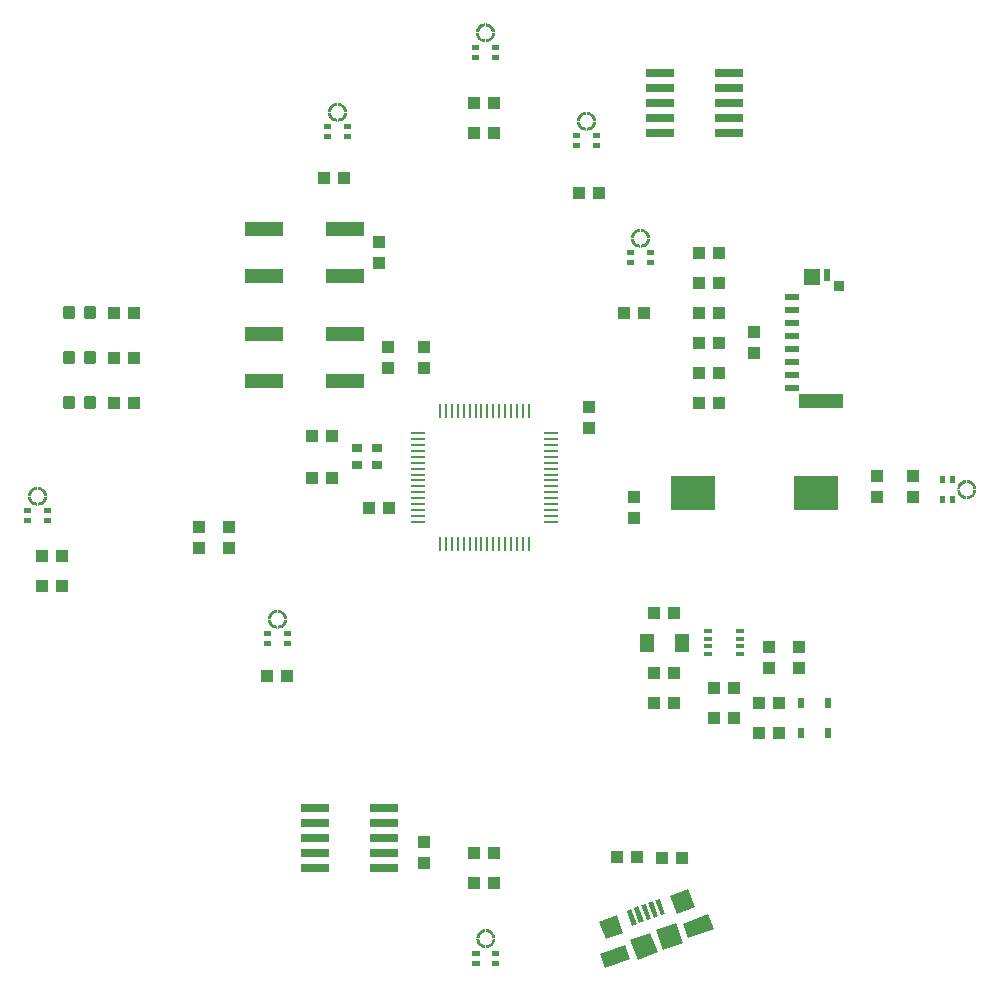
<source format=gbr>
G04 EAGLE Gerber RS-274X export*
G75*
%MOMM*%
%FSLAX34Y34*%
%LPD*%
%INSolderpaste Top*%
%IPPOS*%
%AMOC8*
5,1,8,0,0,1.08239X$1,22.5*%
G01*
%ADD10R,1.100000X1.000000*%
%ADD11R,1.000000X1.100000*%
%ADD12C,0.300000*%
%ADD13R,0.630000X0.830000*%
%ADD14R,0.750000X0.400000*%
%ADD15R,1.350000X0.400000*%
%ADD16R,1.800000X1.800000*%
%ADD17R,2.300000X1.300000*%
%ADD18R,1.600000X1.600000*%
%ADD19R,1.200000X1.600000*%
%ADD20R,1.250000X0.600000*%
%ADD21R,3.800000X1.200000*%
%ADD22R,1.400000X1.450000*%
%ADD23R,0.600000X1.000000*%
%ADD24R,0.850000X0.950000*%
%ADD25R,1.200000X0.280000*%
%ADD26R,0.280000X1.200000*%
%ADD27R,2.400000X0.760000*%
%ADD28R,0.900000X0.750000*%
%ADD29R,3.200000X1.200000*%
%ADD30R,3.812800X3.000000*%

G36*
X-112956Y307459D02*
X-112956Y307459D01*
X-112956Y307460D01*
X-112956Y311680D01*
X-112959Y311684D01*
X-112960Y311684D01*
X-119210Y311684D01*
X-119214Y311681D01*
X-119214Y311680D01*
X-119214Y307460D01*
X-119211Y307456D01*
X-119210Y307456D01*
X-112960Y307456D01*
X-112956Y307459D01*
G37*
G36*
X-163756Y-130021D02*
X-163756Y-130021D01*
X-163756Y-130020D01*
X-163756Y-125800D01*
X-163759Y-125796D01*
X-163760Y-125796D01*
X-170010Y-125796D01*
X-170014Y-125799D01*
X-170014Y-125800D01*
X-170014Y-130020D01*
X-170011Y-130024D01*
X-170010Y-130024D01*
X-163760Y-130024D01*
X-163756Y-130021D01*
G37*
G36*
X398044Y7789D02*
X398044Y7789D01*
X398044Y7790D01*
X398044Y14040D01*
X398041Y14044D01*
X398040Y14044D01*
X393820Y14044D01*
X393816Y14041D01*
X393816Y14040D01*
X393816Y7790D01*
X393819Y7786D01*
X393820Y7786D01*
X398040Y7786D01*
X398044Y7789D01*
G37*
G36*
X389824Y-8961D02*
X389824Y-8961D01*
X389824Y-8960D01*
X389824Y-2710D01*
X389821Y-2706D01*
X389820Y-2706D01*
X385600Y-2706D01*
X385596Y-2709D01*
X385596Y-2710D01*
X385596Y-8960D01*
X385599Y-8964D01*
X385600Y-8964D01*
X389820Y-8964D01*
X389824Y-8961D01*
G37*
G36*
X-4426Y374529D02*
X-4426Y374529D01*
X-4426Y374530D01*
X-4426Y378750D01*
X-4429Y378754D01*
X-4430Y378754D01*
X-10680Y378754D01*
X-10684Y378751D01*
X-10684Y378750D01*
X-10684Y374530D01*
X-10681Y374526D01*
X-10680Y374526D01*
X-4430Y374526D01*
X-4426Y374529D01*
G37*
G36*
X12324Y374529D02*
X12324Y374529D01*
X12324Y374530D01*
X12324Y378750D01*
X12321Y378754D01*
X12320Y378754D01*
X6070Y378754D01*
X6066Y378751D01*
X6066Y378750D01*
X6066Y374530D01*
X6069Y374526D01*
X6070Y374526D01*
X12320Y374526D01*
X12324Y374529D01*
G37*
G36*
X-4426Y366309D02*
X-4426Y366309D01*
X-4426Y366310D01*
X-4426Y370530D01*
X-4429Y370534D01*
X-4430Y370534D01*
X-10680Y370534D01*
X-10684Y370531D01*
X-10684Y370530D01*
X-10684Y366310D01*
X-10681Y366306D01*
X-10680Y366306D01*
X-4430Y366306D01*
X-4426Y366309D01*
G37*
G36*
X12324Y366309D02*
X12324Y366309D01*
X12324Y366310D01*
X12324Y370530D01*
X12321Y370534D01*
X12320Y370534D01*
X6070Y370534D01*
X6066Y370531D01*
X6066Y370530D01*
X6066Y366310D01*
X6069Y366306D01*
X6070Y366306D01*
X12320Y366306D01*
X12324Y366309D01*
G37*
G36*
X398044Y-8961D02*
X398044Y-8961D01*
X398044Y-8960D01*
X398044Y-2710D01*
X398041Y-2706D01*
X398040Y-2706D01*
X393820Y-2706D01*
X393816Y-2709D01*
X393816Y-2710D01*
X393816Y-8960D01*
X393819Y-8964D01*
X393820Y-8964D01*
X398040Y-8964D01*
X398044Y-8961D01*
G37*
G36*
X-383706Y-17661D02*
X-383706Y-17661D01*
X-383706Y-17660D01*
X-383706Y-13440D01*
X-383709Y-13436D01*
X-383710Y-13436D01*
X-389960Y-13436D01*
X-389964Y-13439D01*
X-389964Y-13440D01*
X-389964Y-17660D01*
X-389961Y-17664D01*
X-389960Y-17664D01*
X-383710Y-17664D01*
X-383706Y-17661D01*
G37*
G36*
X-366956Y-17661D02*
X-366956Y-17661D01*
X-366956Y-17660D01*
X-366956Y-13440D01*
X-366959Y-13436D01*
X-366960Y-13436D01*
X-373210Y-13436D01*
X-373214Y-13439D01*
X-373214Y-13440D01*
X-373214Y-17660D01*
X-373211Y-17664D01*
X-373210Y-17664D01*
X-366960Y-17664D01*
X-366956Y-17661D01*
G37*
G36*
X-383706Y-25881D02*
X-383706Y-25881D01*
X-383706Y-25880D01*
X-383706Y-21660D01*
X-383709Y-21656D01*
X-383710Y-21656D01*
X-389960Y-21656D01*
X-389964Y-21659D01*
X-389964Y-21660D01*
X-389964Y-25880D01*
X-389961Y-25884D01*
X-389960Y-25884D01*
X-383710Y-25884D01*
X-383706Y-25881D01*
G37*
G36*
X-366956Y-25881D02*
X-366956Y-25881D01*
X-366956Y-25880D01*
X-366956Y-21660D01*
X-366959Y-21656D01*
X-366960Y-21656D01*
X-373210Y-21656D01*
X-373214Y-21659D01*
X-373214Y-21660D01*
X-373214Y-25880D01*
X-373211Y-25884D01*
X-373210Y-25884D01*
X-366960Y-25884D01*
X-366956Y-25881D01*
G37*
G36*
X-180506Y-121801D02*
X-180506Y-121801D01*
X-180506Y-121800D01*
X-180506Y-117580D01*
X-180509Y-117576D01*
X-180510Y-117576D01*
X-186760Y-117576D01*
X-186764Y-117579D01*
X-186764Y-117580D01*
X-186764Y-121800D01*
X-186761Y-121804D01*
X-186760Y-121804D01*
X-180510Y-121804D01*
X-180506Y-121801D01*
G37*
G36*
X-163756Y-121801D02*
X-163756Y-121801D01*
X-163756Y-121800D01*
X-163756Y-117580D01*
X-163759Y-117576D01*
X-163760Y-117576D01*
X-170010Y-117576D01*
X-170014Y-117579D01*
X-170014Y-117580D01*
X-170014Y-121800D01*
X-170011Y-121804D01*
X-170010Y-121804D01*
X-163760Y-121804D01*
X-163756Y-121801D01*
G37*
G36*
X-180506Y-130021D02*
X-180506Y-130021D01*
X-180506Y-130020D01*
X-180506Y-125800D01*
X-180509Y-125796D01*
X-180510Y-125796D01*
X-186760Y-125796D01*
X-186764Y-125799D01*
X-186764Y-125800D01*
X-186764Y-130020D01*
X-186761Y-130024D01*
X-186760Y-130024D01*
X-180510Y-130024D01*
X-180506Y-130021D01*
G37*
G36*
X12774Y-392311D02*
X12774Y-392311D01*
X12774Y-392310D01*
X12774Y-388090D01*
X12771Y-388086D01*
X12770Y-388086D01*
X6520Y-388086D01*
X6516Y-388089D01*
X6516Y-388090D01*
X6516Y-392310D01*
X6519Y-392314D01*
X6520Y-392314D01*
X12770Y-392314D01*
X12774Y-392311D01*
G37*
G36*
X-129706Y307459D02*
X-129706Y307459D01*
X-129706Y307460D01*
X-129706Y311680D01*
X-129709Y311684D01*
X-129710Y311684D01*
X-135960Y311684D01*
X-135964Y311681D01*
X-135964Y311680D01*
X-135964Y307460D01*
X-135961Y307456D01*
X-135960Y307456D01*
X-129710Y307456D01*
X-129706Y307459D01*
G37*
G36*
X81114Y299839D02*
X81114Y299839D01*
X81114Y299840D01*
X81114Y304060D01*
X81111Y304064D01*
X81110Y304064D01*
X74860Y304064D01*
X74856Y304061D01*
X74856Y304060D01*
X74856Y299840D01*
X74859Y299836D01*
X74860Y299836D01*
X81110Y299836D01*
X81114Y299839D01*
G37*
G36*
X97864Y299839D02*
X97864Y299839D01*
X97864Y299840D01*
X97864Y304060D01*
X97861Y304064D01*
X97860Y304064D01*
X91610Y304064D01*
X91606Y304061D01*
X91606Y304060D01*
X91606Y299840D01*
X91609Y299836D01*
X91610Y299836D01*
X97860Y299836D01*
X97864Y299839D01*
G37*
G36*
X-112956Y299239D02*
X-112956Y299239D01*
X-112956Y299240D01*
X-112956Y303460D01*
X-112959Y303464D01*
X-112960Y303464D01*
X-119210Y303464D01*
X-119214Y303461D01*
X-119214Y303460D01*
X-119214Y299240D01*
X-119211Y299236D01*
X-119210Y299236D01*
X-112960Y299236D01*
X-112956Y299239D01*
G37*
G36*
X-129706Y299239D02*
X-129706Y299239D01*
X-129706Y299240D01*
X-129706Y303460D01*
X-129709Y303464D01*
X-129710Y303464D01*
X-135960Y303464D01*
X-135964Y303461D01*
X-135964Y303460D01*
X-135964Y299240D01*
X-135961Y299236D01*
X-135960Y299236D01*
X-129710Y299236D01*
X-129706Y299239D01*
G37*
G36*
X97864Y291619D02*
X97864Y291619D01*
X97864Y291620D01*
X97864Y295840D01*
X97861Y295844D01*
X97860Y295844D01*
X91610Y295844D01*
X91606Y295841D01*
X91606Y295840D01*
X91606Y291620D01*
X91609Y291616D01*
X91610Y291616D01*
X97860Y291616D01*
X97864Y291619D01*
G37*
G36*
X81114Y291619D02*
X81114Y291619D01*
X81114Y291620D01*
X81114Y295840D01*
X81111Y295844D01*
X81110Y295844D01*
X74860Y295844D01*
X74856Y295841D01*
X74856Y295840D01*
X74856Y291620D01*
X74859Y291616D01*
X74860Y291616D01*
X81110Y291616D01*
X81114Y291619D01*
G37*
G36*
X389824Y7789D02*
X389824Y7789D01*
X389824Y7790D01*
X389824Y14040D01*
X389821Y14044D01*
X389820Y14044D01*
X385600Y14044D01*
X385596Y14041D01*
X385596Y14040D01*
X385596Y7790D01*
X385599Y7786D01*
X385600Y7786D01*
X389820Y7786D01*
X389824Y7789D01*
G37*
G36*
X-3976Y-392311D02*
X-3976Y-392311D01*
X-3976Y-392310D01*
X-3976Y-388090D01*
X-3979Y-388086D01*
X-3980Y-388086D01*
X-10230Y-388086D01*
X-10234Y-388089D01*
X-10234Y-388090D01*
X-10234Y-392310D01*
X-10231Y-392314D01*
X-10230Y-392314D01*
X-3980Y-392314D01*
X-3976Y-392311D01*
G37*
G36*
X12774Y-400531D02*
X12774Y-400531D01*
X12774Y-400530D01*
X12774Y-396310D01*
X12771Y-396306D01*
X12770Y-396306D01*
X6520Y-396306D01*
X6516Y-396309D01*
X6516Y-396310D01*
X6516Y-400530D01*
X6519Y-400534D01*
X6520Y-400534D01*
X12770Y-400534D01*
X12774Y-400531D01*
G37*
G36*
X-3976Y-400531D02*
X-3976Y-400531D01*
X-3976Y-400530D01*
X-3976Y-396310D01*
X-3979Y-396306D01*
X-3980Y-396306D01*
X-10230Y-396306D01*
X-10234Y-396309D01*
X-10234Y-396310D01*
X-10234Y-400530D01*
X-10231Y-400534D01*
X-10230Y-400534D01*
X-3980Y-400534D01*
X-3976Y-400531D01*
G37*
G36*
X143584Y200779D02*
X143584Y200779D01*
X143584Y200780D01*
X143584Y205000D01*
X143581Y205004D01*
X143580Y205004D01*
X137330Y205004D01*
X137326Y205001D01*
X137326Y205000D01*
X137326Y200780D01*
X137329Y200776D01*
X137330Y200776D01*
X143580Y200776D01*
X143584Y200779D01*
G37*
G36*
X126834Y200779D02*
X126834Y200779D01*
X126834Y200780D01*
X126834Y205000D01*
X126831Y205004D01*
X126830Y205004D01*
X120580Y205004D01*
X120576Y205001D01*
X120576Y205000D01*
X120576Y200780D01*
X120579Y200776D01*
X120580Y200776D01*
X126830Y200776D01*
X126834Y200779D01*
G37*
G36*
X143584Y192559D02*
X143584Y192559D01*
X143584Y192560D01*
X143584Y196780D01*
X143581Y196784D01*
X143580Y196784D01*
X137330Y196784D01*
X137326Y196781D01*
X137326Y196780D01*
X137326Y192560D01*
X137329Y192556D01*
X137330Y192556D01*
X143580Y192556D01*
X143584Y192559D01*
G37*
G36*
X126834Y192559D02*
X126834Y192559D01*
X126834Y192560D01*
X126834Y196780D01*
X126831Y196784D01*
X126830Y196784D01*
X120580Y196784D01*
X120576Y196781D01*
X120576Y196780D01*
X120576Y192560D01*
X120579Y192556D01*
X120580Y192556D01*
X126830Y192556D01*
X126834Y192559D01*
G37*
G36*
X80763Y314969D02*
X80763Y314969D01*
X80764Y314969D01*
X80976Y316065D01*
X81399Y317096D01*
X82017Y318025D01*
X82805Y318813D01*
X83734Y319431D01*
X84765Y319854D01*
X85861Y320066D01*
X85862Y320068D01*
X85864Y320069D01*
X85864Y320070D01*
X85864Y322570D01*
X85861Y322574D01*
X85860Y322574D01*
X85859Y322574D01*
X84202Y322310D01*
X84201Y322310D01*
X82634Y321708D01*
X82634Y321707D01*
X82633Y321707D01*
X81225Y320793D01*
X81225Y320792D01*
X80038Y319605D01*
X80037Y319605D01*
X79123Y318197D01*
X79123Y318196D01*
X79122Y318196D01*
X78520Y316629D01*
X78520Y316628D01*
X78256Y314971D01*
X78256Y314970D01*
X78259Y314966D01*
X78260Y314966D01*
X80760Y314966D01*
X80763Y314969D01*
G37*
G36*
X-130057Y322589D02*
X-130057Y322589D01*
X-130056Y322589D01*
X-129844Y323685D01*
X-129421Y324716D01*
X-128803Y325645D01*
X-128015Y326433D01*
X-127086Y327051D01*
X-126055Y327474D01*
X-124959Y327686D01*
X-124958Y327688D01*
X-124956Y327689D01*
X-124956Y327690D01*
X-124956Y330190D01*
X-124959Y330194D01*
X-124960Y330194D01*
X-124961Y330194D01*
X-126618Y329930D01*
X-126619Y329930D01*
X-128186Y329328D01*
X-128187Y329327D01*
X-129595Y328413D01*
X-129595Y328412D01*
X-130782Y327225D01*
X-130783Y327225D01*
X-131697Y325817D01*
X-131697Y325816D01*
X-131698Y325816D01*
X-132300Y324249D01*
X-132300Y324248D01*
X-132564Y322591D01*
X-132564Y322590D01*
X-132561Y322586D01*
X-132560Y322586D01*
X-130060Y322586D01*
X-130057Y322589D01*
G37*
G36*
X126483Y215909D02*
X126483Y215909D01*
X126484Y215909D01*
X126696Y217005D01*
X127119Y218036D01*
X127737Y218965D01*
X128525Y219753D01*
X129454Y220371D01*
X130485Y220794D01*
X131581Y221006D01*
X131582Y221008D01*
X131584Y221009D01*
X131584Y221010D01*
X131584Y223510D01*
X131581Y223514D01*
X131580Y223514D01*
X131579Y223514D01*
X129922Y223250D01*
X129921Y223250D01*
X128354Y222648D01*
X128354Y222647D01*
X128353Y222647D01*
X126945Y221733D01*
X126945Y221732D01*
X125758Y220545D01*
X125757Y220545D01*
X124843Y219137D01*
X124843Y219136D01*
X124842Y219136D01*
X124240Y217569D01*
X124240Y217568D01*
X123976Y215911D01*
X123976Y215910D01*
X123979Y215906D01*
X123980Y215906D01*
X126480Y215906D01*
X126483Y215909D01*
G37*
G36*
X-384057Y-2531D02*
X-384057Y-2531D01*
X-384056Y-2531D01*
X-383844Y-1435D01*
X-383421Y-404D01*
X-382803Y525D01*
X-382015Y1313D01*
X-381086Y1931D01*
X-380055Y2354D01*
X-378959Y2566D01*
X-378958Y2568D01*
X-378956Y2569D01*
X-378956Y2570D01*
X-378956Y5070D01*
X-378959Y5074D01*
X-378960Y5074D01*
X-378961Y5074D01*
X-380618Y4810D01*
X-380619Y4810D01*
X-382186Y4208D01*
X-382187Y4207D01*
X-383595Y3293D01*
X-383595Y3292D01*
X-384782Y2105D01*
X-384783Y2105D01*
X-385697Y697D01*
X-385697Y696D01*
X-385698Y696D01*
X-386300Y-871D01*
X-386300Y-872D01*
X-386564Y-2529D01*
X-386564Y-2530D01*
X-386561Y-2534D01*
X-386560Y-2534D01*
X-384060Y-2534D01*
X-384057Y-2531D01*
G37*
G36*
X-180857Y-106671D02*
X-180857Y-106671D01*
X-180856Y-106671D01*
X-180644Y-105575D01*
X-180221Y-104544D01*
X-179603Y-103615D01*
X-178815Y-102827D01*
X-177886Y-102209D01*
X-176855Y-101786D01*
X-175759Y-101574D01*
X-175758Y-101572D01*
X-175756Y-101571D01*
X-175756Y-101570D01*
X-175756Y-99070D01*
X-175759Y-99066D01*
X-175760Y-99066D01*
X-175761Y-99066D01*
X-177418Y-99330D01*
X-177419Y-99330D01*
X-178986Y-99932D01*
X-178987Y-99933D01*
X-180395Y-100847D01*
X-180395Y-100848D01*
X-181582Y-102035D01*
X-181583Y-102035D01*
X-182497Y-103443D01*
X-182497Y-103444D01*
X-182498Y-103444D01*
X-183100Y-105011D01*
X-183100Y-105012D01*
X-183364Y-106669D01*
X-183364Y-106670D01*
X-183361Y-106674D01*
X-183360Y-106674D01*
X-180860Y-106674D01*
X-180857Y-106671D01*
G37*
G36*
X-4777Y389659D02*
X-4777Y389659D01*
X-4776Y389659D01*
X-4564Y390755D01*
X-4141Y391786D01*
X-3523Y392715D01*
X-2735Y393503D01*
X-1806Y394121D01*
X-775Y394544D01*
X321Y394756D01*
X322Y394758D01*
X324Y394759D01*
X324Y394760D01*
X324Y397260D01*
X321Y397264D01*
X320Y397264D01*
X319Y397264D01*
X-1338Y397000D01*
X-1339Y397000D01*
X-2906Y396398D01*
X-2907Y396397D01*
X-4315Y395483D01*
X-4315Y395482D01*
X-5502Y394295D01*
X-5503Y394295D01*
X-6417Y392887D01*
X-6417Y392886D01*
X-6418Y392886D01*
X-7020Y391319D01*
X-7020Y391318D01*
X-7284Y389661D01*
X-7284Y389660D01*
X-7281Y389656D01*
X-7280Y389656D01*
X-4780Y389656D01*
X-4777Y389659D01*
G37*
G36*
X-4327Y-377181D02*
X-4327Y-377181D01*
X-4326Y-377181D01*
X-4114Y-376085D01*
X-3691Y-375054D01*
X-3073Y-374125D01*
X-2285Y-373337D01*
X-1356Y-372719D01*
X-325Y-372296D01*
X771Y-372084D01*
X772Y-372082D01*
X774Y-372081D01*
X774Y-372080D01*
X774Y-369580D01*
X771Y-369576D01*
X770Y-369576D01*
X769Y-369576D01*
X-888Y-369840D01*
X-889Y-369840D01*
X-2456Y-370442D01*
X-2457Y-370443D01*
X-3865Y-371357D01*
X-3865Y-371358D01*
X-5052Y-372545D01*
X-5053Y-372545D01*
X-5967Y-373953D01*
X-5967Y-373954D01*
X-5968Y-373954D01*
X-6570Y-375521D01*
X-6570Y-375522D01*
X-6834Y-377179D01*
X-6834Y-377180D01*
X-6831Y-377184D01*
X-6830Y-377184D01*
X-4330Y-377184D01*
X-4327Y-377181D01*
G37*
G36*
X402853Y3039D02*
X402853Y3039D01*
X402854Y3039D01*
X403066Y4135D01*
X403489Y5166D01*
X404107Y6095D01*
X404895Y6883D01*
X405824Y7501D01*
X406855Y7924D01*
X407951Y8136D01*
X407952Y8138D01*
X407954Y8139D01*
X407954Y8140D01*
X407954Y10640D01*
X407951Y10644D01*
X407950Y10644D01*
X407949Y10644D01*
X406292Y10380D01*
X406291Y10380D01*
X404724Y9778D01*
X404724Y9777D01*
X404723Y9777D01*
X403315Y8863D01*
X403315Y8862D01*
X402128Y7675D01*
X402127Y7675D01*
X401213Y6267D01*
X401213Y6266D01*
X401212Y6266D01*
X400610Y4699D01*
X400610Y4698D01*
X400346Y3041D01*
X400346Y3040D01*
X400349Y3036D01*
X400350Y3036D01*
X402850Y3036D01*
X402853Y3039D01*
G37*
G36*
X1320Y381056D02*
X1320Y381056D01*
X1321Y381056D01*
X2978Y381320D01*
X2979Y381320D01*
X4546Y381922D01*
X4547Y381923D01*
X5955Y382837D01*
X5955Y382838D01*
X7142Y384025D01*
X7143Y384025D01*
X8057Y385433D01*
X8057Y385434D01*
X8058Y385434D01*
X8660Y387001D01*
X8660Y387002D01*
X8924Y388659D01*
X8924Y388660D01*
X8921Y388664D01*
X8920Y388664D01*
X6420Y388664D01*
X6417Y388661D01*
X6416Y388661D01*
X6204Y387565D01*
X5781Y386534D01*
X5163Y385605D01*
X4375Y384817D01*
X3446Y384199D01*
X2415Y383776D01*
X1319Y383564D01*
X1316Y383561D01*
X1316Y383560D01*
X1316Y381060D01*
X1319Y381056D01*
X1320Y381056D01*
G37*
G36*
X-123960Y313986D02*
X-123960Y313986D01*
X-123959Y313986D01*
X-122302Y314250D01*
X-122301Y314250D01*
X-120734Y314852D01*
X-120734Y314853D01*
X-120733Y314853D01*
X-119325Y315767D01*
X-119325Y315768D01*
X-118138Y316955D01*
X-118137Y316955D01*
X-117223Y318363D01*
X-117223Y318364D01*
X-117222Y318364D01*
X-116620Y319931D01*
X-116620Y319932D01*
X-116356Y321589D01*
X-116356Y321590D01*
X-116359Y321594D01*
X-116360Y321594D01*
X-118860Y321594D01*
X-118863Y321591D01*
X-118864Y321591D01*
X-119076Y320495D01*
X-119499Y319464D01*
X-120117Y318535D01*
X-120905Y317747D01*
X-121834Y317129D01*
X-122865Y316706D01*
X-123961Y316494D01*
X-123964Y316491D01*
X-123964Y316490D01*
X-123964Y313990D01*
X-123961Y313986D01*
X-123960Y313986D01*
G37*
G36*
X86860Y306366D02*
X86860Y306366D01*
X86861Y306366D01*
X88518Y306630D01*
X88519Y306630D01*
X90086Y307232D01*
X90087Y307233D01*
X91495Y308147D01*
X91495Y308148D01*
X92682Y309335D01*
X92683Y309335D01*
X93597Y310743D01*
X93597Y310744D01*
X93598Y310744D01*
X94200Y312311D01*
X94200Y312312D01*
X94464Y313969D01*
X94464Y313970D01*
X94461Y313974D01*
X94460Y313974D01*
X91960Y313974D01*
X91957Y313971D01*
X91956Y313971D01*
X91744Y312875D01*
X91321Y311844D01*
X90703Y310915D01*
X89915Y310127D01*
X88986Y309509D01*
X87955Y309086D01*
X86859Y308874D01*
X86856Y308871D01*
X86856Y308870D01*
X86856Y306370D01*
X86859Y306366D01*
X86860Y306366D01*
G37*
G36*
X132580Y207306D02*
X132580Y207306D01*
X132581Y207306D01*
X134238Y207570D01*
X134239Y207570D01*
X135806Y208172D01*
X135807Y208173D01*
X137215Y209087D01*
X137215Y209088D01*
X138402Y210275D01*
X138403Y210275D01*
X139317Y211683D01*
X139317Y211684D01*
X139318Y211684D01*
X139920Y213251D01*
X139920Y213252D01*
X140184Y214909D01*
X140184Y214910D01*
X140181Y214914D01*
X140180Y214914D01*
X137680Y214914D01*
X137677Y214911D01*
X137676Y214911D01*
X137464Y213815D01*
X137041Y212784D01*
X136423Y211855D01*
X135635Y211067D01*
X134706Y210449D01*
X133675Y210026D01*
X132579Y209814D01*
X132576Y209811D01*
X132576Y209810D01*
X132576Y207310D01*
X132579Y207306D01*
X132580Y207306D01*
G37*
G36*
X-174760Y-115274D02*
X-174760Y-115274D01*
X-174759Y-115274D01*
X-173102Y-115010D01*
X-173101Y-115010D01*
X-171534Y-114408D01*
X-171534Y-114407D01*
X-171533Y-114407D01*
X-170125Y-113493D01*
X-170125Y-113492D01*
X-168938Y-112305D01*
X-168937Y-112305D01*
X-168023Y-110897D01*
X-168023Y-110896D01*
X-168022Y-110896D01*
X-167420Y-109329D01*
X-167420Y-109328D01*
X-167156Y-107671D01*
X-167156Y-107670D01*
X-167159Y-107666D01*
X-167160Y-107666D01*
X-169660Y-107666D01*
X-169663Y-107669D01*
X-169664Y-107669D01*
X-169876Y-108765D01*
X-170299Y-109796D01*
X-170917Y-110725D01*
X-171705Y-111513D01*
X-172634Y-112131D01*
X-173665Y-112554D01*
X-174761Y-112766D01*
X-174764Y-112769D01*
X-174764Y-112770D01*
X-174764Y-115270D01*
X-174761Y-115274D01*
X-174760Y-115274D01*
G37*
G36*
X408950Y-5564D02*
X408950Y-5564D01*
X408951Y-5564D01*
X410608Y-5300D01*
X410609Y-5300D01*
X412176Y-4698D01*
X412177Y-4697D01*
X413585Y-3783D01*
X413585Y-3782D01*
X414772Y-2595D01*
X414773Y-2595D01*
X415687Y-1187D01*
X415687Y-1186D01*
X415688Y-1186D01*
X416290Y381D01*
X416290Y382D01*
X416554Y2039D01*
X416554Y2040D01*
X416551Y2044D01*
X416550Y2044D01*
X414050Y2044D01*
X414047Y2041D01*
X414046Y2041D01*
X413834Y945D01*
X413411Y-86D01*
X412793Y-1015D01*
X412005Y-1803D01*
X411076Y-2421D01*
X410045Y-2844D01*
X408949Y-3056D01*
X408946Y-3059D01*
X408946Y-3060D01*
X408946Y-5560D01*
X408949Y-5564D01*
X408950Y-5564D01*
G37*
G36*
X1770Y-385784D02*
X1770Y-385784D01*
X1771Y-385784D01*
X3428Y-385520D01*
X3429Y-385520D01*
X4996Y-384918D01*
X4997Y-384917D01*
X6405Y-384003D01*
X6405Y-384002D01*
X7592Y-382815D01*
X7593Y-382815D01*
X8507Y-381407D01*
X8507Y-381406D01*
X8508Y-381406D01*
X9110Y-379839D01*
X9110Y-379838D01*
X9374Y-378181D01*
X9374Y-378180D01*
X9371Y-378176D01*
X9370Y-378176D01*
X6870Y-378176D01*
X6867Y-378179D01*
X6866Y-378179D01*
X6654Y-379275D01*
X6231Y-380306D01*
X5613Y-381235D01*
X4825Y-382023D01*
X3896Y-382641D01*
X2865Y-383064D01*
X1769Y-383276D01*
X1766Y-383279D01*
X1766Y-383280D01*
X1766Y-385780D01*
X1769Y-385784D01*
X1770Y-385784D01*
G37*
G36*
X-377960Y-11134D02*
X-377960Y-11134D01*
X-377959Y-11134D01*
X-376302Y-10870D01*
X-376301Y-10870D01*
X-374734Y-10268D01*
X-374734Y-10267D01*
X-374733Y-10267D01*
X-373325Y-9353D01*
X-373325Y-9352D01*
X-372138Y-8165D01*
X-372137Y-8165D01*
X-371223Y-6757D01*
X-371223Y-6756D01*
X-371222Y-6756D01*
X-370620Y-5189D01*
X-370620Y-5188D01*
X-370356Y-3531D01*
X-370356Y-3530D01*
X-370359Y-3526D01*
X-370360Y-3526D01*
X-372860Y-3526D01*
X-372863Y-3529D01*
X-372864Y-3529D01*
X-373076Y-4625D01*
X-373499Y-5656D01*
X-374117Y-6585D01*
X-374905Y-7373D01*
X-375834Y-7991D01*
X-376865Y-8414D01*
X-377961Y-8626D01*
X-377964Y-8629D01*
X-377964Y-8630D01*
X-377964Y-11130D01*
X-377961Y-11134D01*
X-377960Y-11134D01*
G37*
G36*
X8920Y389656D02*
X8920Y389656D01*
X8924Y389659D01*
X8924Y389660D01*
X8924Y389661D01*
X8660Y391318D01*
X8660Y391319D01*
X8058Y392886D01*
X8057Y392887D01*
X7143Y394295D01*
X7142Y394295D01*
X5955Y395482D01*
X5955Y395483D01*
X4547Y396397D01*
X4546Y396397D01*
X4546Y396398D01*
X2979Y397000D01*
X2978Y397000D01*
X1321Y397264D01*
X1320Y397264D01*
X1316Y397261D01*
X1316Y397260D01*
X1316Y394760D01*
X1319Y394757D01*
X1319Y394756D01*
X2415Y394544D01*
X3446Y394121D01*
X4375Y393503D01*
X5163Y392715D01*
X5781Y391786D01*
X6204Y390755D01*
X6416Y389659D01*
X6419Y389656D01*
X6420Y389656D01*
X8920Y389656D01*
X8920Y389656D01*
G37*
G36*
X-116360Y322586D02*
X-116360Y322586D01*
X-116356Y322589D01*
X-116356Y322590D01*
X-116356Y322591D01*
X-116620Y324248D01*
X-116620Y324249D01*
X-117222Y325816D01*
X-117223Y325817D01*
X-118137Y327225D01*
X-118138Y327225D01*
X-119325Y328412D01*
X-119325Y328413D01*
X-120733Y329327D01*
X-120734Y329327D01*
X-120734Y329328D01*
X-122301Y329930D01*
X-122302Y329930D01*
X-123959Y330194D01*
X-123960Y330194D01*
X-123964Y330191D01*
X-123964Y330190D01*
X-123964Y327690D01*
X-123961Y327687D01*
X-123961Y327686D01*
X-122865Y327474D01*
X-121834Y327051D01*
X-120905Y326433D01*
X-120117Y325645D01*
X-119499Y324716D01*
X-119076Y323685D01*
X-118864Y322589D01*
X-118861Y322586D01*
X-118860Y322586D01*
X-116360Y322586D01*
X-116360Y322586D01*
G37*
G36*
X94460Y314966D02*
X94460Y314966D01*
X94464Y314969D01*
X94464Y314970D01*
X94464Y314971D01*
X94200Y316628D01*
X94200Y316629D01*
X93598Y318196D01*
X93597Y318197D01*
X92683Y319605D01*
X92682Y319605D01*
X91495Y320792D01*
X91495Y320793D01*
X90087Y321707D01*
X90086Y321707D01*
X90086Y321708D01*
X88519Y322310D01*
X88518Y322310D01*
X86861Y322574D01*
X86860Y322574D01*
X86856Y322571D01*
X86856Y322570D01*
X86856Y320070D01*
X86859Y320067D01*
X86859Y320066D01*
X87955Y319854D01*
X88986Y319431D01*
X89915Y318813D01*
X90703Y318025D01*
X91321Y317096D01*
X91744Y316065D01*
X91956Y314969D01*
X91959Y314966D01*
X91960Y314966D01*
X94460Y314966D01*
X94460Y314966D01*
G37*
G36*
X-167160Y-106674D02*
X-167160Y-106674D01*
X-167156Y-106671D01*
X-167156Y-106670D01*
X-167156Y-106669D01*
X-167420Y-105012D01*
X-167420Y-105011D01*
X-168022Y-103444D01*
X-168023Y-103444D01*
X-168023Y-103443D01*
X-168937Y-102035D01*
X-168938Y-102035D01*
X-170125Y-100848D01*
X-170125Y-100847D01*
X-171533Y-99933D01*
X-171534Y-99933D01*
X-171534Y-99932D01*
X-173101Y-99330D01*
X-173102Y-99330D01*
X-174759Y-99066D01*
X-174760Y-99066D01*
X-174764Y-99069D01*
X-174764Y-99070D01*
X-174764Y-101570D01*
X-174761Y-101573D01*
X-174761Y-101574D01*
X-173665Y-101786D01*
X-172634Y-102209D01*
X-171705Y-102827D01*
X-170917Y-103615D01*
X-170299Y-104544D01*
X-169876Y-105575D01*
X-169664Y-106671D01*
X-169661Y-106674D01*
X-169660Y-106674D01*
X-167160Y-106674D01*
X-167160Y-106674D01*
G37*
G36*
X140180Y215906D02*
X140180Y215906D01*
X140184Y215909D01*
X140184Y215910D01*
X140184Y215911D01*
X139920Y217568D01*
X139920Y217569D01*
X139318Y219136D01*
X139317Y219137D01*
X138403Y220545D01*
X138402Y220545D01*
X137215Y221732D01*
X137215Y221733D01*
X135807Y222647D01*
X135806Y222647D01*
X135806Y222648D01*
X134239Y223250D01*
X134238Y223250D01*
X132581Y223514D01*
X132580Y223514D01*
X132576Y223511D01*
X132576Y223510D01*
X132576Y221010D01*
X132579Y221007D01*
X132579Y221006D01*
X133675Y220794D01*
X134706Y220371D01*
X135635Y219753D01*
X136423Y218965D01*
X137041Y218036D01*
X137464Y217005D01*
X137676Y215909D01*
X137679Y215906D01*
X137680Y215906D01*
X140180Y215906D01*
X140180Y215906D01*
G37*
G36*
X416550Y3036D02*
X416550Y3036D01*
X416554Y3039D01*
X416554Y3040D01*
X416554Y3041D01*
X416290Y4698D01*
X416290Y4699D01*
X415688Y6266D01*
X415687Y6267D01*
X414773Y7675D01*
X414772Y7675D01*
X413585Y8862D01*
X413585Y8863D01*
X412177Y9777D01*
X412176Y9777D01*
X412176Y9778D01*
X410609Y10380D01*
X410608Y10380D01*
X408951Y10644D01*
X408950Y10644D01*
X408946Y10641D01*
X408946Y10640D01*
X408946Y8140D01*
X408949Y8137D01*
X408949Y8136D01*
X410045Y7924D01*
X411076Y7501D01*
X412005Y6883D01*
X412793Y6095D01*
X413411Y5166D01*
X413834Y4135D01*
X414046Y3039D01*
X414049Y3036D01*
X414050Y3036D01*
X416550Y3036D01*
X416550Y3036D01*
G37*
G36*
X9370Y-377184D02*
X9370Y-377184D01*
X9374Y-377181D01*
X9374Y-377180D01*
X9374Y-377179D01*
X9110Y-375522D01*
X9110Y-375521D01*
X8508Y-373954D01*
X8507Y-373954D01*
X8507Y-373953D01*
X7593Y-372545D01*
X7592Y-372545D01*
X6405Y-371358D01*
X6405Y-371357D01*
X4997Y-370443D01*
X4996Y-370443D01*
X4996Y-370442D01*
X3429Y-369840D01*
X3428Y-369840D01*
X1771Y-369576D01*
X1770Y-369576D01*
X1766Y-369579D01*
X1766Y-369580D01*
X1766Y-372080D01*
X1769Y-372083D01*
X1769Y-372084D01*
X2865Y-372296D01*
X3896Y-372719D01*
X4825Y-373337D01*
X5613Y-374125D01*
X6231Y-375054D01*
X6654Y-376085D01*
X6866Y-377181D01*
X6869Y-377184D01*
X6870Y-377184D01*
X9370Y-377184D01*
X9370Y-377184D01*
G37*
G36*
X-370360Y-2534D02*
X-370360Y-2534D01*
X-370356Y-2531D01*
X-370356Y-2530D01*
X-370356Y-2529D01*
X-370620Y-872D01*
X-370620Y-871D01*
X-371222Y696D01*
X-371223Y697D01*
X-372137Y2105D01*
X-372138Y2105D01*
X-373325Y3292D01*
X-373325Y3293D01*
X-374733Y4207D01*
X-374734Y4207D01*
X-374734Y4208D01*
X-376301Y4810D01*
X-376302Y4810D01*
X-377959Y5074D01*
X-377960Y5074D01*
X-377964Y5071D01*
X-377964Y5070D01*
X-377964Y2570D01*
X-377961Y2567D01*
X-377961Y2566D01*
X-376865Y2354D01*
X-375834Y1931D01*
X-374905Y1313D01*
X-374117Y525D01*
X-373499Y-404D01*
X-373076Y-1435D01*
X-372864Y-2531D01*
X-372861Y-2534D01*
X-372860Y-2534D01*
X-370360Y-2534D01*
X-370360Y-2534D01*
G37*
G36*
X320Y381056D02*
X320Y381056D01*
X324Y381059D01*
X324Y381060D01*
X324Y383560D01*
X321Y383563D01*
X321Y383564D01*
X-775Y383776D01*
X-1806Y384199D01*
X-2735Y384817D01*
X-3523Y385605D01*
X-4141Y386534D01*
X-4564Y387565D01*
X-4776Y388661D01*
X-4779Y388664D01*
X-4780Y388664D01*
X-7280Y388664D01*
X-7284Y388661D01*
X-7284Y388660D01*
X-7284Y388659D01*
X-7020Y387002D01*
X-7020Y387001D01*
X-6418Y385434D01*
X-6417Y385434D01*
X-6417Y385433D01*
X-5503Y384025D01*
X-5502Y384025D01*
X-4315Y382838D01*
X-4315Y382837D01*
X-2907Y381923D01*
X-2906Y381923D01*
X-2906Y381922D01*
X-1339Y381320D01*
X-1338Y381320D01*
X319Y381056D01*
X320Y381056D01*
G37*
G36*
X-124960Y313986D02*
X-124960Y313986D01*
X-124956Y313989D01*
X-124956Y313990D01*
X-124956Y316490D01*
X-124959Y316493D01*
X-124959Y316494D01*
X-126055Y316706D01*
X-127086Y317129D01*
X-128015Y317747D01*
X-128803Y318535D01*
X-129421Y319464D01*
X-129844Y320495D01*
X-130056Y321591D01*
X-130059Y321594D01*
X-130060Y321594D01*
X-132560Y321594D01*
X-132564Y321591D01*
X-132564Y321590D01*
X-132564Y321589D01*
X-132300Y319932D01*
X-132300Y319931D01*
X-131698Y318364D01*
X-131697Y318364D01*
X-131697Y318363D01*
X-130783Y316955D01*
X-130782Y316955D01*
X-129595Y315768D01*
X-129595Y315767D01*
X-128187Y314853D01*
X-128186Y314853D01*
X-128186Y314852D01*
X-126619Y314250D01*
X-126618Y314250D01*
X-124961Y313986D01*
X-124960Y313986D01*
G37*
G36*
X85860Y306366D02*
X85860Y306366D01*
X85864Y306369D01*
X85864Y306370D01*
X85864Y308870D01*
X85861Y308873D01*
X85861Y308874D01*
X84765Y309086D01*
X83734Y309509D01*
X82805Y310127D01*
X82017Y310915D01*
X81399Y311844D01*
X80976Y312875D01*
X80764Y313971D01*
X80761Y313974D01*
X80760Y313974D01*
X78260Y313974D01*
X78256Y313971D01*
X78256Y313970D01*
X78256Y313969D01*
X78520Y312312D01*
X78520Y312311D01*
X79122Y310744D01*
X79123Y310744D01*
X79123Y310743D01*
X80037Y309335D01*
X80038Y309335D01*
X81225Y308148D01*
X81225Y308147D01*
X82633Y307233D01*
X82634Y307233D01*
X82634Y307232D01*
X84201Y306630D01*
X84202Y306630D01*
X85859Y306366D01*
X85860Y306366D01*
G37*
G36*
X131580Y207306D02*
X131580Y207306D01*
X131584Y207309D01*
X131584Y207310D01*
X131584Y209810D01*
X131581Y209813D01*
X131581Y209814D01*
X130485Y210026D01*
X129454Y210449D01*
X128525Y211067D01*
X127737Y211855D01*
X127119Y212784D01*
X126696Y213815D01*
X126484Y214911D01*
X126481Y214914D01*
X126480Y214914D01*
X123980Y214914D01*
X123976Y214911D01*
X123976Y214910D01*
X123976Y214909D01*
X124240Y213252D01*
X124240Y213251D01*
X124842Y211684D01*
X124843Y211684D01*
X124843Y211683D01*
X125757Y210275D01*
X125758Y210275D01*
X126945Y209088D01*
X126945Y209087D01*
X128353Y208173D01*
X128354Y208173D01*
X128354Y208172D01*
X129921Y207570D01*
X129922Y207570D01*
X131579Y207306D01*
X131580Y207306D01*
G37*
G36*
X407950Y-5564D02*
X407950Y-5564D01*
X407954Y-5561D01*
X407954Y-5560D01*
X407954Y-3060D01*
X407951Y-3057D01*
X407951Y-3056D01*
X406855Y-2844D01*
X405824Y-2421D01*
X404895Y-1803D01*
X404107Y-1015D01*
X403489Y-86D01*
X403066Y945D01*
X402854Y2041D01*
X402851Y2044D01*
X402850Y2044D01*
X400350Y2044D01*
X400346Y2041D01*
X400346Y2040D01*
X400346Y2039D01*
X400610Y382D01*
X400610Y381D01*
X401212Y-1186D01*
X401213Y-1187D01*
X402127Y-2595D01*
X402128Y-2595D01*
X403315Y-3782D01*
X403315Y-3783D01*
X404723Y-4697D01*
X404724Y-4697D01*
X404724Y-4698D01*
X406291Y-5300D01*
X406292Y-5300D01*
X407949Y-5564D01*
X407950Y-5564D01*
G37*
G36*
X-175760Y-115274D02*
X-175760Y-115274D01*
X-175756Y-115271D01*
X-175756Y-115270D01*
X-175756Y-112770D01*
X-175759Y-112767D01*
X-175759Y-112766D01*
X-176855Y-112554D01*
X-177886Y-112131D01*
X-178815Y-111513D01*
X-179603Y-110725D01*
X-180221Y-109796D01*
X-180644Y-108765D01*
X-180856Y-107669D01*
X-180859Y-107666D01*
X-180860Y-107666D01*
X-183360Y-107666D01*
X-183364Y-107669D01*
X-183364Y-107670D01*
X-183364Y-107671D01*
X-183100Y-109328D01*
X-183100Y-109329D01*
X-182498Y-110896D01*
X-182497Y-110897D01*
X-181583Y-112305D01*
X-181582Y-112305D01*
X-180395Y-113492D01*
X-180395Y-113493D01*
X-178987Y-114407D01*
X-178986Y-114407D01*
X-178986Y-114408D01*
X-177419Y-115010D01*
X-177418Y-115010D01*
X-175761Y-115274D01*
X-175760Y-115274D01*
G37*
G36*
X770Y-385784D02*
X770Y-385784D01*
X774Y-385781D01*
X774Y-385780D01*
X774Y-383280D01*
X771Y-383277D01*
X771Y-383276D01*
X-325Y-383064D01*
X-1356Y-382641D01*
X-2285Y-382023D01*
X-3073Y-381235D01*
X-3691Y-380306D01*
X-4114Y-379275D01*
X-4326Y-378179D01*
X-4329Y-378176D01*
X-4330Y-378176D01*
X-6830Y-378176D01*
X-6834Y-378179D01*
X-6834Y-378180D01*
X-6834Y-378181D01*
X-6570Y-379838D01*
X-6570Y-379839D01*
X-5968Y-381406D01*
X-5967Y-381407D01*
X-5053Y-382815D01*
X-5052Y-382815D01*
X-3865Y-384002D01*
X-3865Y-384003D01*
X-2457Y-384917D01*
X-2456Y-384917D01*
X-2456Y-384918D01*
X-889Y-385520D01*
X-888Y-385520D01*
X769Y-385784D01*
X770Y-385784D01*
G37*
G36*
X-378960Y-11134D02*
X-378960Y-11134D01*
X-378956Y-11131D01*
X-378956Y-11130D01*
X-378956Y-8630D01*
X-378959Y-8627D01*
X-378959Y-8626D01*
X-380055Y-8414D01*
X-381086Y-7991D01*
X-382015Y-7373D01*
X-382803Y-6585D01*
X-383421Y-5656D01*
X-383844Y-4625D01*
X-384056Y-3529D01*
X-384059Y-3526D01*
X-384060Y-3526D01*
X-386560Y-3526D01*
X-386564Y-3529D01*
X-386564Y-3530D01*
X-386564Y-3531D01*
X-386300Y-5188D01*
X-386300Y-5189D01*
X-385698Y-6756D01*
X-385697Y-6757D01*
X-384783Y-8165D01*
X-384782Y-8165D01*
X-383595Y-9352D01*
X-383595Y-9353D01*
X-382187Y-10267D01*
X-382186Y-10267D01*
X-382186Y-10268D01*
X-380619Y-10870D01*
X-380618Y-10870D01*
X-378961Y-11134D01*
X-378960Y-11134D01*
G37*
D10*
X143900Y-177800D03*
X160900Y-177800D03*
D11*
X266700Y-148200D03*
X266700Y-131200D03*
X241300Y-148200D03*
X241300Y-131200D03*
D10*
X194700Y-165100D03*
X211700Y-165100D03*
X194700Y-190500D03*
X211700Y-190500D03*
D11*
X-50800Y-313300D03*
X-50800Y-296300D03*
D10*
X-80400Y-12700D03*
X-97400Y-12700D03*
D11*
X88900Y55000D03*
X88900Y72000D03*
X363220Y13580D03*
X363220Y-3420D03*
D10*
X-8500Y-304800D03*
X8500Y-304800D03*
X-8500Y-330200D03*
X8500Y-330200D03*
D11*
X332740Y13580D03*
X332740Y-3420D03*
D10*
X-374260Y-53340D03*
X-357260Y-53340D03*
X-374260Y-78740D03*
X-357260Y-78740D03*
X-8500Y304800D03*
X8500Y304800D03*
X80400Y254000D03*
X97400Y254000D03*
X118500Y152400D03*
X135500Y152400D03*
X-183760Y-154940D03*
X-166760Y-154940D03*
X-135500Y266700D03*
X-118500Y266700D03*
X-145660Y48260D03*
X-128660Y48260D03*
X-145660Y12700D03*
X-128660Y12700D03*
D11*
X-215900Y-29600D03*
X-215900Y-46600D03*
X-241300Y-29600D03*
X-241300Y-46600D03*
D10*
X-8500Y330200D03*
X8500Y330200D03*
D11*
X228600Y135500D03*
X228600Y118500D03*
D12*
X-337630Y148900D02*
X-337630Y155900D01*
X-330630Y155900D01*
X-330630Y148900D01*
X-337630Y148900D01*
X-337630Y151750D02*
X-330630Y151750D01*
X-330630Y154600D02*
X-337630Y154600D01*
X-355170Y155900D02*
X-355170Y148900D01*
X-355170Y155900D02*
X-348170Y155900D01*
X-348170Y148900D01*
X-355170Y148900D01*
X-355170Y151750D02*
X-348170Y151750D01*
X-348170Y154600D02*
X-355170Y154600D01*
X-337630Y117800D02*
X-337630Y110800D01*
X-337630Y117800D02*
X-330630Y117800D01*
X-330630Y110800D01*
X-337630Y110800D01*
X-337630Y113650D02*
X-330630Y113650D01*
X-330630Y116500D02*
X-337630Y116500D01*
X-355170Y117800D02*
X-355170Y110800D01*
X-355170Y117800D02*
X-348170Y117800D01*
X-348170Y110800D01*
X-355170Y110800D01*
X-355170Y113650D02*
X-348170Y113650D01*
X-348170Y116500D02*
X-355170Y116500D01*
D13*
X267900Y-177800D03*
X290900Y-177800D03*
X267900Y-203200D03*
X290900Y-203200D03*
D12*
X-337630Y72700D02*
X-337630Y79700D01*
X-330630Y79700D01*
X-330630Y72700D01*
X-337630Y72700D01*
X-337630Y75550D02*
X-330630Y75550D01*
X-330630Y78400D02*
X-337630Y78400D01*
X-355170Y79700D02*
X-355170Y72700D01*
X-355170Y79700D02*
X-348170Y79700D01*
X-348170Y72700D01*
X-355170Y72700D01*
X-355170Y75550D02*
X-348170Y75550D01*
X-348170Y78400D02*
X-355170Y78400D01*
D14*
X216700Y-136750D03*
X216700Y-130250D03*
X216700Y-123750D03*
X216700Y-117250D03*
X189700Y-117250D03*
X189700Y-123750D03*
X189700Y-130250D03*
X189700Y-136750D03*
D15*
G36*
X124182Y-352643D02*
X128799Y-365327D01*
X125040Y-366695D01*
X120423Y-354011D01*
X124182Y-352643D01*
G37*
G36*
X130290Y-350420D02*
X134907Y-363104D01*
X131148Y-364472D01*
X126531Y-351788D01*
X130290Y-350420D01*
G37*
G36*
X136398Y-348197D02*
X141015Y-360881D01*
X137256Y-362249D01*
X132639Y-349565D01*
X136398Y-348197D01*
G37*
G36*
X142506Y-345973D02*
X147123Y-358657D01*
X143364Y-360025D01*
X138747Y-347341D01*
X142506Y-345973D01*
G37*
G36*
X148614Y-343750D02*
X153231Y-356434D01*
X149472Y-357802D01*
X144855Y-345118D01*
X148614Y-343750D01*
G37*
D16*
G36*
X146619Y-389437D02*
X129705Y-395593D01*
X123549Y-378679D01*
X140463Y-372523D01*
X146619Y-389437D01*
G37*
G36*
X168232Y-381570D02*
X151318Y-387726D01*
X145162Y-370812D01*
X162076Y-364656D01*
X168232Y-381570D01*
G37*
D17*
G36*
X123681Y-395124D02*
X102069Y-402991D01*
X97623Y-390776D01*
X119235Y-382909D01*
X123681Y-395124D01*
G37*
D18*
G36*
X117745Y-372969D02*
X102711Y-378441D01*
X97239Y-363407D01*
X112273Y-357935D01*
X117745Y-372969D01*
G37*
G36*
X177886Y-351079D02*
X162852Y-356551D01*
X157380Y-341517D01*
X172414Y-336045D01*
X177886Y-351079D01*
G37*
D17*
G36*
X194158Y-369473D02*
X172546Y-377340D01*
X168100Y-365125D01*
X189712Y-357258D01*
X194158Y-369473D01*
G37*
D19*
X167400Y-127000D03*
X137400Y-127000D03*
D10*
X199000Y76200D03*
X182000Y76200D03*
X129290Y-309010D03*
X112290Y-309010D03*
D11*
X-88900Y194700D03*
X-88900Y211700D03*
D10*
X160900Y-152400D03*
X143900Y-152400D03*
X160900Y-101600D03*
X143900Y-101600D03*
X232800Y-177800D03*
X249800Y-177800D03*
X249800Y-203200D03*
X232800Y-203200D03*
X199000Y101600D03*
X182000Y101600D03*
X-296300Y152400D03*
X-313300Y152400D03*
X-296300Y76200D03*
X-313300Y76200D03*
X-296300Y114300D03*
X-313300Y114300D03*
X199000Y127000D03*
X182000Y127000D03*
X199000Y152400D03*
X182000Y152400D03*
X199000Y177800D03*
X182000Y177800D03*
X149970Y-309400D03*
X166970Y-309400D03*
D20*
X260350Y165900D03*
X260350Y154900D03*
X260350Y143900D03*
X260350Y132900D03*
X260350Y121900D03*
X260350Y110900D03*
X260350Y99900D03*
X260350Y88900D03*
D21*
X285350Y77400D03*
D22*
X277350Y182400D03*
D23*
X289850Y184400D03*
D24*
X299850Y174900D03*
D25*
X-56500Y50200D03*
X-56500Y45200D03*
X-56500Y40200D03*
X-56500Y35200D03*
X-56500Y30200D03*
X-56500Y25200D03*
X-56500Y20200D03*
X-56500Y15200D03*
X-56500Y10200D03*
X-56500Y5200D03*
X-56500Y200D03*
X-56500Y-4800D03*
X-56500Y-9800D03*
X-56500Y-14800D03*
X-56500Y-19800D03*
X-56500Y-24800D03*
D26*
X-37500Y-43800D03*
X-32500Y-43800D03*
X-27500Y-43800D03*
X-22500Y-43800D03*
X-17500Y-43800D03*
X-12500Y-43800D03*
X-7500Y-43800D03*
X-2500Y-43800D03*
X2500Y-43800D03*
X7500Y-43800D03*
X12500Y-43800D03*
X17500Y-43800D03*
X22500Y-43800D03*
X27500Y-43800D03*
X32500Y-43800D03*
X37500Y-43800D03*
D25*
X56500Y-24800D03*
X56500Y-19800D03*
X56500Y-14800D03*
X56500Y-9800D03*
X56500Y-4800D03*
X56500Y200D03*
X56500Y5200D03*
X56500Y10200D03*
X56500Y15200D03*
X56500Y20200D03*
X56500Y25200D03*
X56500Y30200D03*
X56500Y35200D03*
X56500Y40200D03*
X56500Y45200D03*
X56500Y50200D03*
D26*
X37500Y69200D03*
X32500Y69200D03*
X27500Y69200D03*
X22500Y69200D03*
X17500Y69200D03*
X12500Y69200D03*
X7500Y69200D03*
X2500Y69200D03*
X-2500Y69200D03*
X-7500Y69200D03*
X-12500Y69200D03*
X-17500Y69200D03*
X-22500Y69200D03*
X-27500Y69200D03*
X-32500Y69200D03*
X-37500Y69200D03*
D27*
X207300Y304800D03*
X148300Y304800D03*
X207300Y317500D03*
X148300Y317500D03*
X207300Y330200D03*
X148300Y330200D03*
X207300Y342900D03*
X148300Y342900D03*
X207300Y355600D03*
X148300Y355600D03*
D28*
X-90560Y37480D03*
X-107560Y37480D03*
X-107560Y23480D03*
X-90560Y23480D03*
D27*
X-84800Y-317500D03*
X-143800Y-317500D03*
X-84800Y-304800D03*
X-143800Y-304800D03*
X-84800Y-292100D03*
X-143800Y-292100D03*
X-84800Y-279400D03*
X-143800Y-279400D03*
X-84800Y-266700D03*
X-143800Y-266700D03*
D29*
X-186400Y134300D03*
X-118400Y134300D03*
X-118400Y94300D03*
X-186400Y94300D03*
X-186400Y223200D03*
X-118400Y223200D03*
X-118400Y183200D03*
X-186400Y183200D03*
D11*
X-81280Y122800D03*
X-81280Y105800D03*
X-50800Y122800D03*
X-50800Y105800D03*
D10*
X199000Y203200D03*
X182000Y203200D03*
D30*
X280900Y0D03*
X176300Y0D03*
D11*
X127000Y-4200D03*
X127000Y-21200D03*
M02*

</source>
